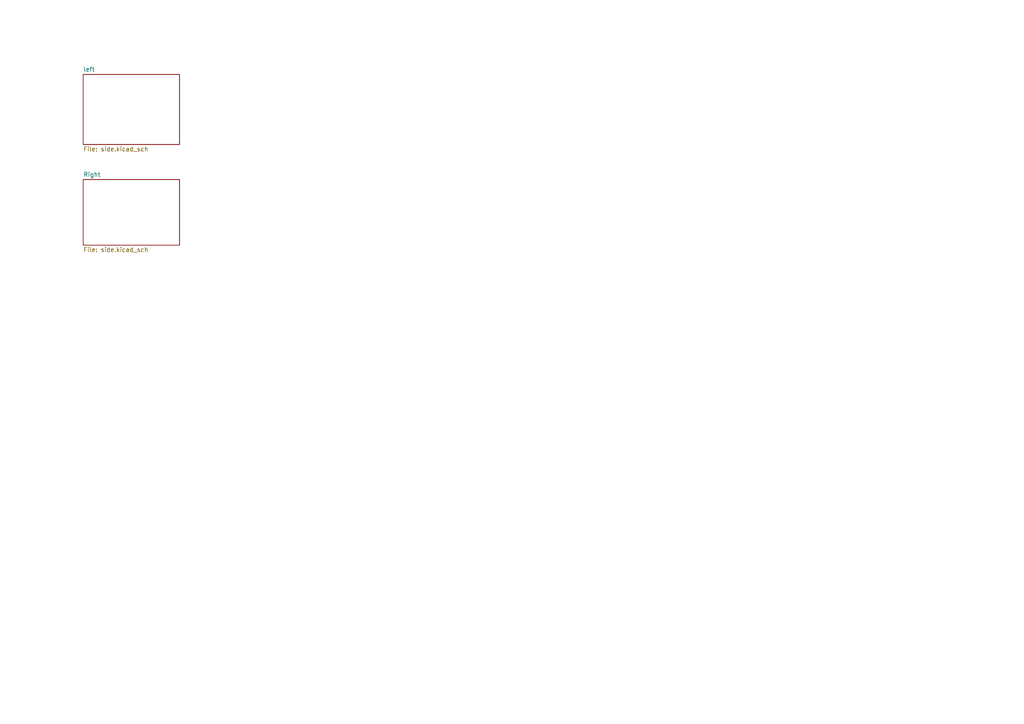
<source format=kicad_sch>
(kicad_sch
	(version 20250114)
	(generator "eeschema")
	(generator_version "9.0")
	(uuid "00cf5115-1a81-4f5b-9117-39e45cdad01e")
	(paper "A4")
	(lib_symbols)
	(sheet
		(at 24.13 21.59)
		(size 27.94 20.32)
		(exclude_from_sim no)
		(in_bom yes)
		(on_board yes)
		(dnp no)
		(fields_autoplaced yes)
		(stroke
			(width 0.1524)
			(type solid)
		)
		(fill
			(color 0 0 0 0.0000)
		)
		(uuid "1f5d7996-091c-49e8-ad2d-de99b06ecc0b")
		(property "Sheetname" "left"
			(at 24.13 20.8784 0)
			(effects
				(font
					(size 1.27 1.27)
				)
				(justify left bottom)
			)
		)
		(property "Sheetfile" "side.kicad_sch"
			(at 24.13 42.4946 0)
			(effects
				(font
					(size 1.27 1.27)
				)
				(justify left top)
			)
		)
		(instances
			(project "Split Keyboard"
				(path "/00cf5115-1a81-4f5b-9117-39e45cdad01e"
					(page "2")
				)
			)
		)
	)
	(sheet
		(at 24.13 52.07)
		(size 27.94 19.05)
		(exclude_from_sim no)
		(in_bom yes)
		(on_board yes)
		(dnp no)
		(fields_autoplaced yes)
		(stroke
			(width 0.1524)
			(type solid)
		)
		(fill
			(color 0 0 0 0.0000)
		)
		(uuid "fdaf6596-e310-47a4-86b4-d495fd038d07")
		(property "Sheetname" "Right"
			(at 24.13 51.3584 0)
			(effects
				(font
					(size 1.27 1.27)
				)
				(justify left bottom)
			)
		)
		(property "Sheetfile" "side.kicad_sch"
			(at 24.13 71.7046 0)
			(effects
				(font
					(size 1.27 1.27)
				)
				(justify left top)
			)
		)
		(instances
			(project "Split Keyboard"
				(path "/00cf5115-1a81-4f5b-9117-39e45cdad01e"
					(page "3")
				)
			)
		)
	)
	(sheet_instances
		(path "/"
			(page "1")
		)
	)
	(embedded_fonts no)
)

</source>
